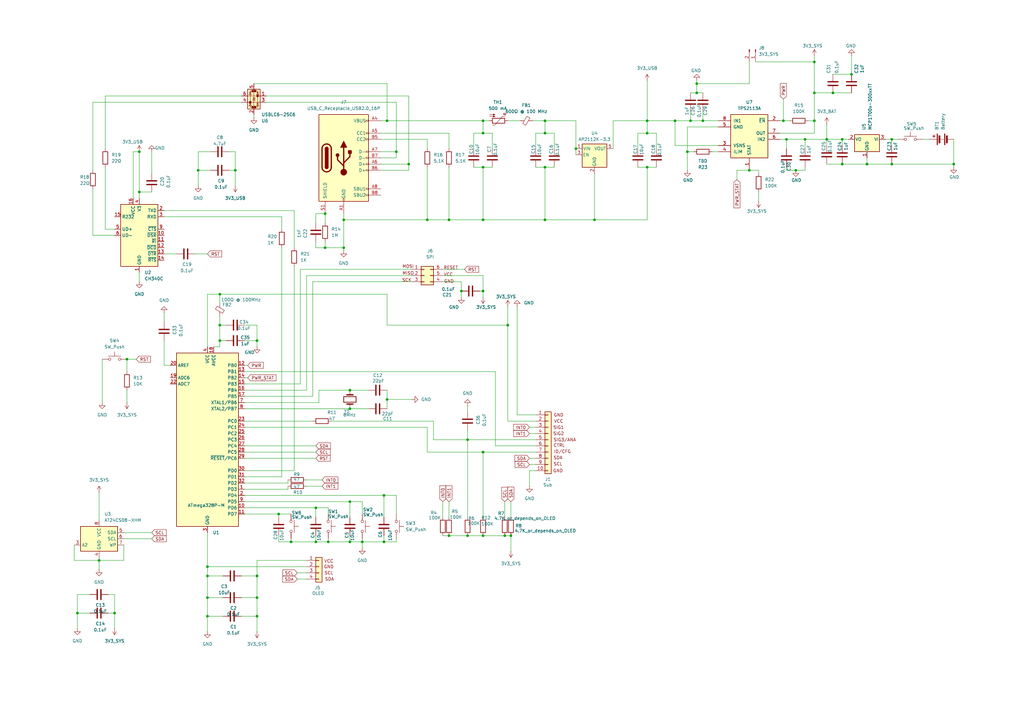
<source format=kicad_sch>
(kicad_sch (version 20250114) (generator "eeschema") (generator_version "9.0")
  (paper "A3")
  (junction (at 40.64 229.87))
  (junction (at 158.75 163.83))
  (junction (at 143.51 205.74))
  (junction (at 198.12 90.17))
  (junction (at 157.48 222.25))
  (junction (at 140.97 90.17))
  (junction (at 209.55 219.71))
  (junction (at 85.09 236.22))
  (junction (at 133.35 101.6))
  (junction (at 191.77 180.34))
  (junction (at 198.12 219.71))
  (junction (at 167.64 67.31))
  (junction (at 85.09 245.11))
  (junction (at 85.09 252.73))
  (junction (at 341.63 38.1))
  (junction (at 134.62 222.25))
  (junction (at 223.52 90.17))
  (junction (at 143.51 222.25))
  (junction (at 90.17 139.7))
  (junction (at 184.15 90.17))
  (junction (at 223.52 54.61))
  (junction (at 355.6 67.31))
  (junction (at 119.38 222.25))
  (junction (at 285.75 38.1))
  (junction (at 114.3 210.82))
  (junction (at 140.97 101.6))
  (junction (at 288.29 49.53))
  (junction (at 129.54 208.28))
  (junction (at 243.84 90.17))
  (junction (at 330.2 57.15))
  (junction (at 105.41 236.22))
  (junction (at 334.01 25.4))
  (junction (at 105.41 245.11))
  (junction (at 198.12 119.38))
  (junction (at 46.99 251.46))
  (junction (at 334.01 49.53))
  (junction (at 265.43 49.53))
  (junction (at 143.51 167.64))
  (junction (at 157.48 203.2))
  (junction (at 265.43 54.61))
  (junction (at 322.58 57.15))
  (junction (at 133.35 87.63))
  (junction (at 207.01 219.71))
  (junction (at 326.39 69.85))
  (junction (at 96.52 69.85))
  (junction (at 223.52 49.53))
  (junction (at 283.21 49.53))
  (junction (at 276.86 49.53))
  (junction (at 391.16 67.31))
  (junction (at 158.75 49.53))
  (junction (at 365.76 67.31))
  (junction (at 198.12 54.61))
  (junction (at 31.75 251.46))
  (junction (at 339.09 57.15))
  (junction (at 81.28 69.85))
  (junction (at 198.12 185.42))
  (junction (at 143.51 160.02))
  (junction (at 198.12 68.58))
  (junction (at 162.56 62.23))
  (junction (at 208.28 133.35))
  (junction (at 52.07 147.32))
  (junction (at 57.15 62.23))
  (junction (at 189.23 119.38))
  (junction (at 307.34 69.85))
  (junction (at 334.01 38.1))
  (junction (at 349.25 30.48))
  (junction (at 365.76 57.15))
  (junction (at 281.94 62.23))
  (junction (at 191.77 219.71))
  (junction (at 57.15 78.74))
  (junction (at 129.54 222.25))
  (junction (at 90.17 133.35))
  (junction (at 236.22 60.96))
  (junction (at 105.41 139.7))
  (junction (at 321.31 49.53))
  (junction (at 184.15 219.71))
  (junction (at 105.41 252.73))
  (junction (at 345.44 67.31))
  (junction (at 90.17 120.65))
  (junction (at 198.12 49.53))
  (junction (at 345.44 57.15))
  (junction (at 148.59 222.25))
  (junction (at 175.26 90.17))
  (junction (at 223.52 68.58))
  (junction (at 265.43 68.58))
  (junction (at 285.75 34.29))
  (junction (at 85.09 232.41))
  (wire (pts (xy 209.55 219.71) (xy 209.55 226.06)))
  (wire (pts (xy 130.81 165.1) (xy 130.81 160.02)))
  (wire (pts (xy 156.21 54.61) (xy 184.15 54.61)))
  (wire (pts (xy 191.77 166.37) (xy 191.77 168.91)))
  (wire (pts (xy 320.04 49.53) (xy 321.31 49.53)))
  (wire (pts (xy 143.51 205.74) (xy 148.59 205.74)))
  (wire (pts (xy 100.33 160.02) (xy 125.73 160.02)))
  (wire (pts (xy 67.31 86.36) (xy 120.65 86.36)))
  (wire (pts (xy 208.28 125.73) (xy 208.28 133.35)))
  (wire (pts (xy 320.04 54.61) (xy 334.01 54.61)))
  (wire (pts (xy 265.43 49.53) (xy 251.46 49.53)))
  (wire (pts (xy 162.56 62.23) (xy 162.56 64.77)))
  (wire (pts (xy 219.71 193.04) (xy 217.17 193.04)))
  (wire (pts (xy 339.09 67.31) (xy 345.44 67.31)))
  (wire (pts (xy 81.28 62.23) (xy 86.36 62.23)))
  (wire (pts (xy 345.44 57.15) (xy 347.98 57.15)))
  (wire (pts (xy 129.54 219.71) (xy 129.54 222.25)))
  (wire (pts (xy 198.12 54.61) (xy 201.93 54.61)))
  (wire (pts (xy 281.94 52.07) (xy 281.94 62.23)))
  (wire (pts (xy 198.12 185.42) (xy 219.71 185.42)))
  (wire (pts (xy 208.28 172.72) (xy 219.71 172.72)))
  (wire (pts (xy 156.21 49.53) (xy 158.75 49.53)))
  (wire (pts (xy 265.43 33.02) (xy 265.43 49.53)))
  (wire (pts (xy 85.09 142.24) (xy 85.09 120.65)))
  (wire (pts (xy 133.35 87.63) (xy 133.35 91.44)))
  (wire (pts (xy 243.84 90.17) (xy 265.43 90.17)))
  (wire (pts (xy 365.76 67.31) (xy 391.16 67.31)))
  (wire (pts (xy 134.62 220.98) (xy 134.62 222.25)))
  (wire (pts (xy 283.21 49.53) (xy 288.29 49.53)))
  (wire (pts (xy 30.48 223.52) (xy 30.48 229.87)))
  (wire (pts (xy 85.09 232.41) (xy 85.09 236.22)))
  (wire (pts (xy 175.26 175.26) (xy 100.33 175.26)))
  (wire (pts (xy 284.48 62.23) (xy 281.94 62.23)))
  (wire (pts (xy 265.43 68.58) (xy 265.43 90.17)))
  (wire (pts (xy 283.21 38.1) (xy 285.75 38.1)))
  (wire (pts (xy 148.59 220.98) (xy 148.59 222.25)))
  (wire (pts (xy 292.1 62.23) (xy 294.64 62.23)))
  (wire (pts (xy 57.15 111.76) (xy 57.15 115.57)))
  (wire (pts (xy 181.61 115.57) (xy 189.23 115.57)))
  (wire (pts (xy 129.54 91.44) (xy 129.54 87.63)))
  (wire (pts (xy 44.45 243.84) (xy 46.99 243.84)))
  (wire (pts (xy 120.65 109.22) (xy 120.65 193.04)))
  (wire (pts (xy 43.18 39.37) (xy 43.18 60.96)))
  (wire (pts (xy 156.21 67.31) (xy 167.64 67.31)))
  (wire (pts (xy 198.12 68.58) (xy 201.93 68.58)))
  (wire (pts (xy 157.48 203.2) (xy 157.48 212.09)))
  (wire (pts (xy 148.59 222.25) (xy 148.59 224.79)))
  (wire (pts (xy 123.19 157.48) (xy 123.19 110.49)))
  (wire (pts (xy 175.26 90.17) (xy 140.97 90.17)))
  (wire (pts (xy 50.8 229.87) (xy 40.64 229.87)))
  (wire (pts (xy 341.63 38.1) (xy 349.25 38.1)))
  (wire (pts (xy 119.38 222.25) (xy 129.54 222.25)))
  (wire (pts (xy 184.15 205.74) (xy 184.15 212.09)))
  (wire (pts (xy 285.75 34.29) (xy 307.34 34.29)))
  (wire (pts (xy 181.61 219.71) (xy 184.15 219.71)))
  (wire (pts (xy 302.26 73.66) (xy 302.26 69.85)))
  (wire (pts (xy 90.17 142.24) (xy 90.17 139.7)))
  (wire (pts (xy 334.01 22.86) (xy 334.01 25.4)))
  (wire (pts (xy 85.09 245.11) (xy 85.09 252.73)))
  (wire (pts (xy 219.71 182.88) (xy 203.2 182.88)))
  (wire (pts (xy 285.75 38.1) (xy 288.29 38.1)))
  (wire (pts (xy 175.26 90.17) (xy 184.15 90.17)))
  (wire (pts (xy 133.35 99.06) (xy 133.35 101.6)))
  (wire (pts (xy 217.17 187.96) (xy 219.71 187.96)))
  (wire (pts (xy 175.26 57.15) (xy 175.26 60.96)))
  (wire (pts (xy 100.33 187.96) (xy 129.54 187.96)))
  (wire (pts (xy 46.99 243.84) (xy 46.99 251.46)))
  (wire (pts (xy 100.33 200.66) (xy 118.11 200.66)))
  (wire (pts (xy 99.06 252.73) (xy 105.41 252.73)))
  (wire (pts (xy 90.17 139.7) (xy 90.17 133.35)))
  (wire (pts (xy 120.65 86.36) (xy 120.65 101.6)))
  (wire (pts (xy 157.48 219.71) (xy 157.48 222.25)))
  (wire (pts (xy 125.73 199.39) (xy 132.08 199.39)))
  (wire (pts (xy 349.25 22.86) (xy 349.25 30.48)))
  (wire (pts (xy 85.09 252.73) (xy 85.09 259.08)))
  (wire (pts (xy 50.8 218.44) (xy 62.23 218.44)))
  (wire (pts (xy 67.31 104.14) (xy 72.39 104.14)))
  (wire (pts (xy 209.55 205.74) (xy 209.55 212.09)))
  (wire (pts (xy 194.31 54.61) (xy 198.12 54.61)))
  (wire (pts (xy 143.51 167.64) (xy 151.13 167.64)))
  (wire (pts (xy 57.15 62.23) (xy 54.61 62.23)))
  (wire (pts (xy 46.99 251.46) (xy 46.99 257.81)))
  (wire (pts (xy 100.33 185.42) (xy 129.54 185.42)))
  (wire (pts (xy 114.3 210.82) (xy 119.38 210.82)))
  (wire (pts (xy 162.56 203.2) (xy 162.56 210.82)))
  (wire (pts (xy 105.41 245.11) (xy 105.41 252.73)))
  (wire (pts (xy 198.12 49.53) (xy 198.12 54.61)))
  (wire (pts (xy 219.71 54.61) (xy 219.71 60.96)))
  (wire (pts (xy 100.33 157.48) (xy 123.19 157.48)))
  (wire (pts (xy 105.41 252.73) (xy 105.41 259.08)))
  (wire (pts (xy 167.64 69.85) (xy 167.64 67.31)))
  (wire (pts (xy 93.98 69.85) (xy 96.52 69.85)))
  (wire (pts (xy 321.31 49.53) (xy 323.85 49.53)))
  (wire (pts (xy 114.3 210.82) (xy 114.3 212.09)))
  (wire (pts (xy 311.15 69.85) (xy 311.15 71.12)))
  (wire (pts (xy 148.59 205.74) (xy 148.59 210.82)))
  (wire (pts (xy 100.33 198.12) (xy 118.11 198.12)))
  (wire (pts (xy 184.15 68.58) (xy 184.15 90.17)))
  (wire (pts (xy 96.52 69.85) (xy 96.52 76.2)))
  (wire (pts (xy 85.09 236.22) (xy 91.44 236.22)))
  (wire (pts (xy 93.98 62.23) (xy 96.52 62.23)))
  (wire (pts (xy 129.54 99.06) (xy 129.54 101.6)))
  (wire (pts (xy 31.75 251.46) (xy 31.75 257.81)))
  (wire (pts (xy 307.34 69.85) (xy 311.15 69.85)))
  (wire (pts (xy 309.88 25.4) (xy 334.01 25.4)))
  (wire (pts (xy 320.04 57.15) (xy 322.58 57.15)))
  (wire (pts (xy 100.33 149.86) (xy 101.6 149.86)))
  (wire (pts (xy 219.71 170.18) (xy 212.09 170.18)))
  (wire (pts (xy 85.09 120.65) (xy 90.17 120.65)))
  (wire (pts (xy 203.2 182.88) (xy 203.2 152.4)))
  (wire (pts (xy 288.29 45.72) (xy 288.29 49.53)))
  (wire (pts (xy 378.46 57.15) (xy 381 57.15)))
  (wire (pts (xy 219.71 54.61) (xy 223.52 54.61)))
  (wire (pts (xy 158.75 163.83) (xy 168.91 163.83)))
  (wire (pts (xy 85.09 252.73) (xy 91.44 252.73)))
  (wire (pts (xy 198.12 219.71) (xy 207.01 219.71)))
  (wire (pts (xy 261.62 54.61) (xy 265.43 54.61)))
  (wire (pts (xy 265.43 49.53) (xy 276.86 49.53)))
  (wire (pts (xy 198.12 49.53) (xy 200.66 49.53)))
  (wire (pts (xy 52.07 160.02) (xy 52.07 165.1)))
  (wire (pts (xy 90.17 133.35) (xy 90.17 129.54)))
  (wire (pts (xy 227.33 54.61) (xy 227.33 60.96)))
  (wire (pts (xy 109.22 39.37) (xy 167.64 39.37)))
  (wire (pts (xy 135.89 172.72) (xy 177.8 172.72)))
  (wire (pts (xy 118.11 198.12) (xy 118.11 196.85)))
  (wire (pts (xy 345.44 67.31) (xy 355.6 67.31)))
  (wire (pts (xy 208.28 49.53) (xy 213.36 49.53)))
  (wire (pts (xy 105.41 139.7) (xy 105.41 133.35)))
  (wire (pts (xy 134.62 222.25) (xy 143.51 222.25)))
  (wire (pts (xy 189.23 115.57) (xy 189.23 119.38)))
  (wire (pts (xy 31.75 243.84) (xy 31.75 251.46)))
  (wire (pts (xy 143.51 222.25) (xy 148.59 222.25)))
  (wire (pts (xy 391.16 67.31) (xy 391.16 57.15)))
  (wire (pts (xy 198.12 119.38) (xy 198.12 121.92)))
  (wire (pts (xy 251.46 49.53) (xy 251.46 60.96)))
  (wire (pts (xy 128.27 115.57) (xy 168.91 115.57)))
  (wire (pts (xy 223.52 68.58) (xy 223.52 90.17)))
  (wire (pts (xy 100.33 152.4) (xy 203.2 152.4)))
  (wire (pts (xy 100.33 167.64) (xy 143.51 167.64)))
  (wire (pts (xy 330.2 69.85) (xy 330.2 68.58)))
  (wire (pts (xy 143.51 219.71) (xy 143.51 222.25)))
  (wire (pts (xy 123.19 110.49) (xy 168.91 110.49)))
  (wire (pts (xy 115.57 195.58) (xy 115.57 101.6)))
  (wire (pts (xy 156.21 69.85) (xy 167.64 69.85)))
  (wire (pts (xy 100.33 165.1) (xy 130.81 165.1)))
  (wire (pts (xy 223.52 49.53) (xy 223.52 54.61)))
  (wire (pts (xy 31.75 251.46) (xy 36.83 251.46)))
  (wire (pts (xy 175.26 185.42) (xy 198.12 185.42)))
  (wire (pts (xy 99.06 41.91) (xy 38.1 41.91)))
  (wire (pts (xy 198.12 113.03) (xy 198.12 119.38)))
  (wire (pts (xy 115.57 93.98) (xy 115.57 88.9)))
  (wire (pts (xy 311.15 78.74) (xy 311.15 82.55)))
  (wire (pts (xy 288.29 49.53) (xy 294.64 49.53)))
  (wire (pts (xy 115.57 88.9) (xy 67.31 88.9)))
  (wire (pts (xy 140.97 101.6) (xy 140.97 102.87)))
  (wire (pts (xy 322.58 57.15) (xy 330.2 57.15)))
  (wire (pts (xy 62.23 78.74) (xy 57.15 78.74)))
  (wire (pts (xy 184.15 90.17) (xy 198.12 90.17)))
  (wire (pts (xy 175.26 68.58) (xy 175.26 90.17)))
  (wire (pts (xy 105.41 142.24) (xy 105.41 139.7)))
  (wire (pts (xy 331.47 49.53) (xy 334.01 49.53)))
  (wire (pts (xy 67.31 149.86) (xy 67.31 139.7)))
  (wire (pts (xy 198.12 185.42) (xy 198.12 212.09)))
  (wire (pts (xy 334.01 49.53) (xy 334.01 38.1)))
  (wire (pts (xy 143.51 205.74) (xy 143.51 212.09)))
  (wire (pts (xy 129.54 222.25) (xy 134.62 222.25)))
  (wire (pts (xy 181.61 212.09) (xy 181.61 205.74)))
  (wire (pts (xy 99.06 236.22) (xy 105.41 236.22)))
  (wire (pts (xy 100.33 195.58) (xy 115.57 195.58)))
  (wire (pts (xy 85.09 218.44) (xy 85.09 232.41)))
  (wire (pts (xy 44.45 251.46) (xy 46.99 251.46)))
  (wire (pts (xy 85.09 236.22) (xy 85.09 245.11)))
  (wire (pts (xy 339.09 50.8) (xy 339.09 57.15)))
  (wire (pts (xy 217.17 190.5) (xy 219.71 190.5)))
  (wire (pts (xy 128.27 162.56) (xy 128.27 115.57)))
  (wire (pts (xy 120.65 193.04) (xy 100.33 193.04)))
  (wire (pts (xy 365.76 57.15) (xy 365.76 59.69)))
  (wire (pts (xy 104.14 46.99) (xy 104.14 48.26)))
  (wire (pts (xy 162.56 64.77) (xy 156.21 64.77)))
  (wire (pts (xy 140.97 87.63) (xy 140.97 90.17)))
  (wire (pts (xy 191.77 180.34) (xy 219.71 180.34)))
  (wire (pts (xy 46.99 93.98) (xy 43.18 93.98)))
  (wire (pts (xy 207.01 219.71) (xy 209.55 219.71)))
  (wire (pts (xy 96.52 62.23) (xy 96.52 69.85)))
  (wire (pts (xy 177.8 180.34) (xy 177.8 172.72)))
  (wire (pts (xy 40.64 229.87) (xy 40.64 233.68)))
  (wire (pts (xy 339.09 57.15) (xy 345.44 57.15)))
  (wire (pts (xy 134.62 208.28) (xy 134.62 210.82)))
  (wire (pts (xy 162.56 62.23) (xy 156.21 62.23)))
  (wire (pts (xy 69.85 149.86) (xy 67.31 149.86)))
  (wire (pts (xy 119.38 220.98) (xy 119.38 222.25)))
  (wire (pts (xy 162.56 220.98) (xy 162.56 222.25)))
  (wire (pts (xy 81.28 69.85) (xy 86.36 69.85)))
  (wire (pts (xy 261.62 68.58) (xy 265.43 68.58)))
  (wire (pts (xy 391.16 68.58) (xy 391.16 67.31)))
  (wire (pts (xy 105.41 229.87) (xy 105.41 236.22)))
  (wire (pts (xy 217.17 193.04) (xy 217.17 199.39)))
  (wire (pts (xy 30.48 229.87) (xy 40.64 229.87)))
  (wire (pts (xy 43.18 39.37) (xy 99.06 39.37)))
  (wire (pts (xy 85.09 232.41) (xy 125.73 232.41)))
  (wire (pts (xy 105.41 236.22) (xy 105.41 245.11)))
  (wire (pts (xy 184.15 219.71) (xy 191.77 219.71)))
  (wire (pts (xy 90.17 133.35) (xy 92.71 133.35)))
  (wire (pts (xy 217.17 175.26) (xy 219.71 175.26)))
  (wire (pts (xy 100.33 203.2) (xy 157.48 203.2)))
  (wire (pts (xy 243.84 71.12) (xy 243.84 90.17)))
  (wire (pts (xy 81.28 69.85) (xy 81.28 76.2)))
  (wire (pts (xy 283.21 45.72) (xy 283.21 49.53)))
  (wire (pts (xy 322.58 69.85) (xy 326.39 69.85)))
  (wire (pts (xy 118.11 200.66) (xy 118.11 199.39)))
  (wire (pts (xy 125.73 196.85) (xy 132.08 196.85)))
  (wire (pts (xy 191.77 180.34) (xy 191.77 212.09)))
  (wire (pts (xy 194.31 54.61) (xy 194.31 60.96)))
  (wire (pts (xy 276.86 59.69) (xy 276.86 49.53)))
  (wire (pts (xy 261.62 54.61) (xy 261.62 60.96)))
  (wire (pts (xy 181.61 113.03) (xy 198.12 113.03)))
  (wire (pts (xy 54.61 62.23) (xy 54.61 81.28)))
  (wire (pts (xy 129.54 208.28) (xy 134.62 208.28)))
  (wire (pts (xy 100.33 154.94) (xy 101.6 154.94)))
  (wire (pts (xy 355.6 64.77) (xy 355.6 67.31)))
  (wire (pts (xy 129.54 101.6) (xy 133.35 101.6)))
  (wire (pts (xy 38.1 96.52) (xy 46.99 96.52)))
  (wire (pts (xy 62.23 62.23) (xy 62.23 71.12)))
  (wire (pts (xy 114.3 219.71) (xy 114.3 222.25)))
  (wire (pts (xy 81.28 62.23) (xy 81.28 69.85)))
  (wire (pts (xy 217.17 177.8) (xy 219.71 177.8)))
  (wire (pts (xy 100.33 208.28) (xy 129.54 208.28)))
  (wire (pts (xy 181.61 110.49) (xy 190.5 110.49)))
  (wire (pts (xy 265.43 54.61) (xy 269.24 54.61)))
  (wire (pts (xy 80.01 104.14) (xy 85.09 104.14)))
  (wire (pts (xy 175.26 175.26) (xy 175.26 185.42)))
  (wire (pts (xy 207.01 205.74) (xy 207.01 212.09)))
  (wire (pts (xy 129.54 87.63) (xy 133.35 87.63)))
  (wire (pts (xy 67.31 128.27) (xy 67.31 132.08)))
  (wire (pts (xy 218.44 49.53) (xy 223.52 49.53)))
  (wire (pts (xy 162.56 41.91) (xy 109.22 41.91)))
  (wire (pts (xy 167.64 39.37) (xy 167.64 67.31)))
  (wire (pts (xy 129.54 208.28) (xy 129.54 212.09)))
  (wire (pts (xy 330.2 57.15) (xy 330.2 60.96)))
  (wire (pts (xy 265.43 68.58) (xy 269.24 68.58)))
  (wire (pts (xy 330.2 57.15) (xy 339.09 57.15)))
  (wire (pts (xy 100.33 205.74) (xy 143.51 205.74)))
  (wire (pts (xy 158.75 160.02) (xy 158.75 163.83)))
  (wire (pts (xy 334.01 25.4) (xy 334.01 38.1)))
  (wire (pts (xy 114.3 222.25) (xy 119.38 222.25)))
  (wire (pts (xy 104.14 34.29) (xy 158.75 34.29)))
  (wire (pts (xy 157.48 222.25) (xy 148.59 222.25)))
  (wire (pts (xy 276.86 49.53) (xy 283.21 49.53)))
  (wire (pts (xy 177.8 180.34) (xy 191.77 180.34)))
  (wire (pts (xy 236.22 60.96) (xy 236.22 63.5)))
  (wire (pts (xy 43.18 68.58) (xy 43.18 93.98)))
  (wire (pts (xy 100.33 182.88) (xy 129.54 182.88)))
  (wire (pts (xy 201.93 54.61) (xy 201.93 60.96)))
  (wire (pts (xy 125.73 160.02) (xy 125.73 113.03)))
  (wire (pts (xy 307.34 34.29) (xy 307.34 25.4)))
  (wire (pts (xy 184.15 54.61) (xy 184.15 60.96)))
  (wire (pts (xy 212.09 170.18) (xy 212.09 125.73)))
  (wire (pts (xy 294.64 59.69) (xy 276.86 59.69)))
  (wire (pts (xy 52.07 147.32) (xy 52.07 152.4)))
  (wire (pts (xy 223.52 54.61) (xy 227.33 54.61)))
  (wire (pts (xy 143.51 160.02) (xy 151.13 160.02)))
  (wire (pts (xy 156.21 57.15) (xy 175.26 57.15)))
  (wire (pts (xy 223.52 49.53) (xy 236.22 49.53)))
  (wire (pts (xy 196.85 119.38) (xy 198.12 119.38)))
  (wire (pts (xy 223.52 68.58) (xy 227.33 68.58)))
  (wire (pts (xy 105.41 229.87) (xy 125.73 229.87)))
  (wire (pts (xy 31.75 243.84) (xy 36.83 243.84)))
  (wire (pts (xy 194.31 68.58) (xy 198.12 68.58)))
  (wire (pts (xy 326.39 69.85) (xy 330.2 69.85)))
  (wire (pts (xy 158.75 133.35) (xy 208.28 133.35)))
  (wire (pts (xy 157.48 203.2) (xy 162.56 203.2)))
  (wire (pts (xy 334.01 38.1) (xy 341.63 38.1)))
  (wire (pts (xy 41.91 165.1) (xy 41.91 147.32)))
  (wire (pts (xy 158.75 120.65) (xy 158.75 133.35)))
  (wire (pts (xy 355.6 67.31) (xy 365.76 67.31)))
  (wire (pts (xy 341.63 30.48) (xy 349.25 30.48)))
  (wire (pts (xy 285.75 33.02) (xy 285.75 34.29)))
  (wire (pts (xy 100.33 139.7) (xy 105.41 139.7)))
  (wire (pts (xy 38.1 77.47) (xy 38.1 96.52)))
  (wire (pts (xy 322.58 57.15) (xy 322.58 60.96)))
  (wire (pts (xy 281.94 62.23) (xy 281.94 69.85)))
  (wire (pts (xy 90.17 139.7) (xy 92.71 139.7)))
  (wire (pts (xy 208.28 133.35) (xy 208.28 172.72)))
  (wire (pts (xy 285.75 34.29) (xy 285.75 38.1)))
  (wire (pts (xy 191.77 176.53) (xy 191.77 180.34)))
  (wire (pts (xy 236.22 49.53) (xy 236.22 60.96)))
  (wire (pts (xy 38.1 41.91) (xy 38.1 69.85)))
  (wire (pts (xy 100.33 133.35) (xy 105.41 133.35)))
  (wire (pts (xy 50.8 223.52) (xy 50.8 229.87)))
  (wire (pts (xy 100.33 172.72) (xy 128.27 172.72)))
  (wire (pts (xy 322.58 68.58) (xy 322.58 69.85)))
  (wire (pts (xy 125.73 113.03) (xy 168.91 113.03)))
  (wire (pts (xy 334.01 54.61) (xy 334.01 49.53)))
  (wire (pts (xy 321.31 40.64) (xy 321.31 49.53)))
  (wire (pts (xy 90.17 120.65) (xy 90.17 124.46)))
  (wire (pts (xy 125.73 237.49) (xy 121.92 237.49)))
  (wire (pts (xy 365.76 57.15) (xy 368.3 57.15)))
  (wire (pts (xy 158.75 34.29) (xy 158.75 49.53)))
  (wire (pts (xy 363.22 57.15) (xy 365.76 57.15)))
  (wire (pts (xy 55.88 147.32) (xy 52.07 147.32)))
  (wire (pts (xy 87.63 142.24) (xy 90.17 142.24)))
  (wire (pts (xy 99.06 245.11) (xy 105.41 245.11)))
  (wire (pts (xy 162.56 222.25) (xy 157.48 222.25)))
  (wire (pts (xy 281.94 52.07) (xy 294.64 52.07)))
  (wire (pts (xy 50.8 220.98) (xy 62.23 220.98)))
  (wire (pts (xy 121.92 234.95) (xy 125.73 234.95)))
  (wire (pts (xy 189.23 119.38) (xy 189.23 121.92)))
  (wire (pts (xy 140.97 90.17) (xy 140.97 101.6)))
  (wire (pts (xy 133.35 101.6) (xy 140.97 101.6)))
  (wire (pts (xy 198.12 68.58) (xy 198.12 90.17)))
  (wire (pts (xy 85.09 245.11) (xy 91.44 245.11)))
  (wire (pts (xy 158.75 49.53) (xy 198.12 49.53)))
  (wire (pts (xy 191.77 219.71) (xy 198.12 219.71)))
  (wire (pts (xy 57.15 62.23) (xy 57.15 78.74)))
  (wire (pts (xy 57.15 78.74) (xy 57.15 81.28)))
  (wire (pts (xy 100.33 162.56) (xy 128.27 162.56)))
  (wire (pts (xy 269.24 54.61) (xy 269.24 60.96)))
  (wire (pts (xy 40.64 228.6) (xy 40.64 229.87)))
  (wire (pts (xy 219.71 68.58) (xy 223.52 68.58)))
  (wire (pts (xy 345.44 59.69) (xy 345.44 57.15)))
  (wire (pts (xy 90.17 120.65) (xy 158.75 120.65)))
  (wire (pts (xy 198.12 90.17) (xy 223.52 90.17)))
  (wire (pts (xy 162.56 62.23) (xy 162.56 41.91)))
  (wire (pts (xy 243.84 90.17) (xy 223.52 90.17)))
  (wire (pts (xy 130.81 160.02) (xy 143.51 160.02)))
  (wire (pts (xy 100.33 210.82) (xy 114.3 210.82)))
  (wire (pts (xy 40.64 201.93) (xy 40.64 213.36)))
  (wire (pts (xy 265.43 49.53) (xy 265.43 54.61)))
  (wire (pts (xy 339.09 57.15) (xy 339.09 59.69)))
  (wire (pts (xy 302.26 69.85) (xy 307.34 69.85)))
  (wire (pts (xy 158.75 163.83) (xy 158.75 167.64)))
  (global_label "PWR" (shape input) (at 321.31 40.64 90) (property "Intersheetrefs" "${INTERSHEET_REFS}" (effects (hide yes))))
  (global_label "SDA" (shape input) (at 217.17 187.96 180) (property "Intersheetrefs" "${INTERSHEET_REFS}" (effects (hide yes))))
  (global_label "SCL" (shape input) (at 62.23 218.44 0) (property "Intersheetrefs" "${INTERSHEET_REFS}" (effects (hide yes))))
  (global_label "SDA" (shape input) (at 62.23 220.98 0) (property "Intersheetrefs" "${INTERSHEET_REFS}" (effects (hide yes))))
  (global_label "SCL" (shape input) (at 121.92 234.95 180) (property "Intersheetrefs" "${INTERSHEET_REFS}" (effects (hide yes))))
  (global_label "SCL" (shape input) (at 207.01 205.74 90) (property "Intersheetrefs" "${INTERSHEET_REFS}" (effects (hide yes))))
  (global_label "SDA" (shape input) (at 209.55 205.74 90) (property "Intersheetrefs" "${INTERSHEET_REFS}" (effects (hide yes))))
  (global_label "INT0" (shape input) (at 181.61 205.74 90) (property "Intersheetrefs" "${INTERSHEET_REFS}" (effects (hide yes))))
  (global_label "PWR_STAT" (shape input) (at 101.6 154.94 0) (property "Intersheetrefs" "${INTERSHEET_REFS}" (effects (hide yes))))
  (global_label "RST" (shape input) (at 55.88 147.32 0) (property "Intersheetrefs" "${INTERSHEET_REFS}" (effects (hide yes))))
  (global_label "SDA" (shape input) (at 129.54 182.88 0) (property "Intersheetrefs" "${INTERSHEET_REFS}" (effects (hide yes))))
  (global_label "SCL" (shape input) (at 217.17 190.5 180) (property "Intersheetrefs" "${INTERSHEET_REFS}" (effects (hide yes))))
  (global_label "RST" (shape input) (at 129.54 187.96 0) (property "Intersheetrefs" "${INTERSHEET_REFS}" (effects (hide yes))))
  (global_label "INT0" (shape input) (at 132.08 196.85 0) (property "Intersheetrefs" "${INTERSHEET_REFS}" (effects (hide yes))))
  (global_label "RST" (shape input) (at 190.5 110.49 0) (property "Intersheetrefs" "${INTERSHEET_REFS}" (effects (hide yes))))
  (global_label "RST" (shape input) (at 85.09 104.14 0) (property "Intersheetrefs" "${INTERSHEET_REFS}" (effects (hide yes))))
  (global_label "INT1" (shape input) (at 184.15 205.74 90) (property "Intersheetrefs" "${INTERSHEET_REFS}" (effects (hide yes))))
  (global_label "PWR_STAT" (shape input) (at 302.26 73.66 270) (property "Intersheetrefs" "${INTERSHEET_REFS}" (effects (hide yes))))
  (global_label "PWR" (shape input) (at 101.6 149.86 0) (property "Intersheetrefs" "${INTERSHEET_REFS}" (effects (hide yes))))
  (global_label "INT1" (shape input) (at 217.17 177.8 180) (property "Intersheetrefs" "${INTERSHEET_REFS}" (effects (hide yes))))
  (global_label "INT0" (shape input) (at 217.17 175.26 180) (property "Intersheetrefs" "${INTERSHEET_REFS}" (effects (hide yes))))
  (global_label "SDA" (shape input) (at 121.92 237.49 180) (property "Intersheetrefs" "${INTERSHEET_REFS}" (effects (hide yes))))
  (global_label "INT1" (shape input) (at 132.08 199.39 0) (property "Intersheetrefs" "${INTERSHEET_REFS}" (effects (hide yes))))
  (global_label "SCL" (shape input) (at 129.54 185.42 0) (property "Intersheetrefs" "${INTERSHEET_REFS}" (effects (hide yes))))
  (symbol (lib_id "power:GND") (at 349.25 22.86 0) (mirror x) (unit 1)
    (property "Reference" "#PWR028" (effects (hide yes)))
    (property "Value" "GND" (at 348.996 18.796 0))
    (property "Description" "Power symbol creates a global label with name \"GND\" , ground" (effects (hide yes)))
  )
  (symbol (lib_id "power:GND") (at 85.09 259.08 0) (mirror y) (unit 1)
    (property "Reference" "#PWR07" (effects (hide yes)))
    (property "Value" "GND" (at 85.09 264.16 0))
    (property "Description" "Power symbol creates a global label with name \"GND\" , ground" (effects (hide yes)))
  )
  (symbol (lib_id "Switch:SW_Push") (at 148.59 215.9 270) (unit 1)
    (property "Reference" "SW2" (at 148.844 209.042 90) (effects (justify left)))
    (property "Value" "SW_Push" (at 148.844 211.074 90) (effects (justify left)))
    (property "Footprint" "Button_Switch_THT:SW_PUSH_6mm" (effects (hide yes)))
    (property "Description" "Push button switch, generic, two pins" (effects (hide yes)))
  )
  (symbol (lib_id "Device:Battery") (at 386.08 57.15 90) (unit 1)
    (property "Reference" "BT1" (at 384.2384 53.34 0) (effects (justify left)))
    (property "Value" "Battery" (at 386.7784 53.34 0) (effects (justify left)))
    (property "Footprint" "Connector_PinHeader_2.54mm:PinHeader_1x02_P2.54mm_Vertical" (effects (hide yes)))
    (property "Description" "Multiple-cell battery" (effects (hide yes)))
    (property "Sim.Device" "V" (effects (hide yes)))
    (property "Sim.Type" "DC" (effects (hide yes)))
    (property "Sim.Pins" "1=+ 2=-" (effects (hide yes)))
  )
  (symbol (lib_id "Device:R") (at 191.77 215.9 0) (unit 1)
    (property "Reference" "R6" (at 192.024 212.598 0) (effects (justify left)))
    (property "Value" "100K" (at 191.77 214.63 0) (effects (justify left)))
    (property "Footprint" "Resistor_SMD:R_0603_1608Metric" (effects (hide yes)))
    (property "Description" "Resistor" (effects (hide yes)))
  )
  (symbol (lib_id "power:GND") (at 189.23 121.92 0) (mirror y) (unit 1)
    (property "Reference" "#PWR014" (effects (hide yes)))
    (property "Value" "GND" (at 186.182 125.984 0))
    (property "Description" "Power symbol creates a global label with name \"GND\" , ground" (effects (hide yes)))
  )
  (symbol (lib_id "Device:C") (at 191.77 172.72 180) (unit 1)
    (property "Reference" "C36" (at 196.088 172.212 90))
    (property "Value" "0.1uF" (at 198.628 172.212 90))
    (property "Footprint" "Capacitor_SMD:C_0603_1608Metric" (effects (hide yes)))
    (property "Description" "Unpolarized capacitor" (effects (hide yes)))
  )
  (symbol (lib_id "Device:FerriteBead_Small") (at 90.17 127 180) (unit 1)
    (property "Reference" "FB2" (at 91.186 124.968 0) (effects (justify right)))
    (property "Value" "100Ω @ 100MHz" (at 90.678 122.936 0) (effects (justify right)))
    (property "Footprint" "Inductor_SMD:L_0603_1608Metric" (effects (hide yes)))
    (property "Description" "Ferrite bead, small symbol" (effects (hide yes)))
  )
  (symbol (lib_id "Device:R") (at 115.57 97.79 0) (unit 1)
    (property "Reference" "R20" (at 109.728 97.028 0) (effects (justify left)))
    (property "Value" "1K" (at 109.728 99.568 0) (effects (justify left)))
    (property "Footprint" "Resistor_SMD:R_0603_1608Metric" (effects (hide yes)))
    (property "Description" "Resistor" (effects (hide yes)))
  )
  (symbol (lib_id "Device:R") (at 132.08 172.72 90) (unit 1)
    (property "Reference" "R11" (at 136.144 169.164 90))
    (property "Value" "47" (at 136.144 171.704 90))
    (property "Footprint" "Resistor_SMD:R_0603_1608Metric" (effects (hide yes)))
    (property "Description" "Resistor" (effects (hide yes)))
  )
  (symbol (lib_id "MCU_Microchip_ATmega:ATmega328P-M") (at 85.09 180.34 0) (unit 1)
    (property "Reference" "U1" (at 87.2333 218.44 0) (effects (justify left)))
    (property "Value" "ATmega328P-M" (at 76.962 207.264 0) (effects (justify left)))
    (property "Footprint" "Package_QFP:TQFP-32_7x7mm_P0.8mm" (effects (hide yes)))
    (property "Datasheet" "http://ww1.microchip.com/downloads/en/DeviceDoc/ATmega328_P%20AVR%20MCU%20with%20picoPower%20Technology%20Data%20Sheet%2040001984A.pdf" (effects (hide yes)))
    (property "Description" "20MHz, 32kB Flash, 2kB SRAM, 1kB EEPROM, QFN-32" (effects (hide yes)))
  )
  (symbol (lib_id "power:GND") (at 31.75 257.81 0) (mirror y) (unit 1)
    (property "Reference" "#PWR019" (effects (hide yes)))
    (property "Value" "GND" (at 31.75 262.89 0))
    (property "Description" "Power symbol creates a global label with name \"GND\" , ground" (effects (hide yes)))
  )
  (symbol (lib_id "power:VCC") (at 40.64 201.93 0) (unit 1)
    (property "Reference" "#PWR022" (effects (hide yes)))
    (property "Value" "3V3_SYS" (at 40.64 196.85 0))
    (property "Description" "Power symbol creates a global label with name \"VCC\"" (effects (hide yes)))
  )
  (symbol (lib_id "Device:C") (at 95.25 252.73 90) (unit 1)
    (property "Reference" "C1" (at 95.758 257.048 90))
    (property "Value" "0.1uF" (at 95.758 259.588 90))
    (property "Footprint" "Capacitor_SMD:C_0603_1608Metric" (effects (hide yes)))
    (property "Description" "Unpolarized capacitor" (effects (hide yes)))
  )
  (symbol (lib_id "Device:R") (at 133.35 95.25 0) (unit 1)
    (property "Reference" "R14" (at 135.89 93.9799 0) (effects (justify left)))
    (property "Value" "1M" (at 135.89 96.5199 0) (effects (justify left)))
    (property "Footprint" "Resistor_SMD:R_0603_1608Metric" (effects (hide yes)))
    (property "Description" "Resistor" (effects (hide yes)))
  )
  (symbol (lib_id "power:GND") (at 326.39 69.85 0) (mirror y) (unit 1)
    (property "Reference" "#PWR031" (effects (hide yes)))
    (property "Value" "GND" (at 326.644 73.914 0))
    (property "Description" "Power symbol creates a global label with name \"GND\" , ground" (effects (hide yes)))
  )
  (symbol (lib_id "Device:C") (at 67.31 135.89 180) (unit 1)
    (property "Reference" "C33" (at 71.628 135.382 90))
    (property "Value" "0.1uF" (at 74.168 135.382 90))
    (property "Footprint" "Capacitor_SMD:C_0603_1608Metric" (effects (hide yes)))
    (property "Description" "Unpolarized capacitor" (effects (hide yes)))
  )
  (symbol (lib_id "Connector:USB_C_Receptacle_USB2.0_16P") (at 140.97 64.77 0) (unit 1)
    (property "Reference" "J7" (at 140.97 41.91 0))
    (property "Value" "USB_C_Receptacle_USB2.0_16P" (at 140.97 44.45 0))
    (property "Footprint" "Connector_USB:USB_C_Receptacle_Palconn_UTC16-G" (effects (hide yes)))
    (property "Datasheet" "https://www.usb.org/sites/default/files/documents/usb_type-c.zip" (effects (hide yes)))
    (property "Description" "USB 2.0-only 16P Type-C Receptacle connector" (effects (hide yes)))
  )
  (symbol (lib_id "Device:C") (at 90.17 62.23 90) (unit 1)
    (property "Reference" "C8" (at 90.17 56.388 90))
    (property "Value" "4.7uF" (at 90.17 58.928 90))
    (property "Footprint" "Capacitor_SMD:C_0603_1608Metric" (effects (hide yes)))
    (property "Description" "Unpolarized capacitor" (effects (hide yes)))
  )
  (symbol (lib_id "Device:R") (at 311.15 74.93 0) (unit 1)
    (property "Reference" "R22" (at 313.69 73.6599 0) (effects (justify left)))
    (property "Value" "100K" (at 313.69 76.1999 0) (effects (justify left)))
    (property "Footprint" "Resistor_SMD:R_0603_1608Metric" (effects (hide yes)))
    (property "Description" "Resistor" (effects (hide yes)))
  )
  (symbol (lib_id "Device:C") (at 96.52 139.7 90) (unit 1)
    (property "Reference" "C35" (at 100.584 138.43 90))
    (property "Value" "1uF" (at 100.584 140.97 90))
    (property "Footprint" "Capacitor_SMD:C_0603_1608Metric" (effects (hide yes)))
    (property "Description" "Unpolarized capacitor" (effects (hide yes)))
  )
  (symbol (lib_id "Device:Crystal") (at 143.51 163.83 270) (unit 1)
    (property "Reference" "Y1" (at 140.97 168.656 90) (effects (justify left)))
    (property "Value" "8MHz" (at 140.716 170.18 90) (effects (justify left)))
    (property "Footprint" "Crystal:Crystal_SMD_5032-2Pin_5.0x3.2mm" (effects (hide yes)))
    (property "Description" "Two pin crystal" (effects (hide yes)))
  )
  (symbol (lib_id "Connector_Generic:Conn_02x03_Counter_Clockwise") (at 173.99 113.03 0) (unit 1)
    (property "Reference" "J6" (at 176.3939 102.87 0))
    (property "Value" "SPI" (at 176.3939 105.41 0))
    (property "Footprint" "Connector_PinSocket_2.54mm:PinSocket_2x03_P2.54mm_Vertical" (effects (hide yes)))
    (property "Description" "Generic connector, double row, 02x03, counter clockwise pin numbering scheme (similar to DIP package numbering), script generated (kicad-library-utils/schlib/autogen/connector/)" (effects (hide yes)))
  )
  (symbol (lib_id "Device:C") (at 341.63 34.29 0) (unit 1)
    (property "Reference" "C31" (at 339.852 28.194 90))
    (property "Value" "0.1uF" (at 343.154 27.432 90))
    (property "Footprint" "Capacitor_SMD:C_0603_1608Metric" (effects (hide yes)))
    (property "Description" "Unpolarized capacitor" (effects (hide yes)))
  )
  (symbol (lib_id "Memory_EEPROM:AT24CS08-XHM") (at 40.64 220.98 0) (unit 1)
    (property "Reference" "U3" (at 42.7833 210.82 0) (effects (justify left)))
    (property "Value" "AT24CS08-XHM" (at 42.7833 213.36 0) (effects (justify left)))
    (property "Footprint" "Package_SO:TSSOP-8_4.4x3mm_P0.65mm" (effects (hide yes)))
    (property "Datasheet" "http://ww1.microchip.com/downloads/en/DeviceDoc/Atmel-8766-SEEPROM-AT24CS04-08-Datasheet.pdf" (effects (hide yes)))
    (property "Description" "I2C Serial EEPROM, 8Kb (1024x8) with Unique Serial Number, TSSOP8" (effects (hide yes)))
  )
  (symbol (lib_id "Switch:SW_Push") (at 162.56 215.9 270) (unit 1)
    (property "Reference" "SW3" (at 166.37 214.6299 90) (effects (justify left)))
    (property "Value" "SW_Push" (at 166.37 217.1699 90) (effects (justify left)))
    (property "Footprint" "Button_Switch_THT:SW_PUSH_6mm" (effects (hide yes)))
    (property "Description" "Push button switch, generic, two pins" (effects (hide yes)))
  )
  (symbol (lib_id "power:GND") (at 217.17 199.39 0) (unit 1)
    (property "Reference" "#PWR03" (effects (hide yes)))
    (property "Value" "GND" (at 217.17 204.47 0))
    (property "Description" "Power symbol creates a global label with name \"GND\" , ground" (effects (hide yes)))
  )
  (symbol (lib_id "power:VCC") (at 57.15 62.23 0) (unit 1)
    (property "Reference" "#PWR04" (effects (hide yes)))
    (property "Value" "3V3_USB" (at 54.356 58.166 0))
    (property "Description" "Power symbol creates a global label with name \"VCC\"" (effects (hide yes)))
  )
  (symbol (lib_id "Device:C") (at 90.17 69.85 90) (unit 1)
    (property "Reference" "C9" (at 90.678 74.168 90))
    (property "Value" "0.1uF" (at 90.678 76.708 90))
    (property "Footprint" "Capacitor_SMD:C_0603_1608Metric" (effects (hide yes)))
    (property "Description" "Unpolarized capacitor" (effects (hide yes)))
  )
  (symbol (lib_id "power:VCC") (at 198.12 121.92 180) (unit 1)
    (property "Reference" "#PWR012" (effects (hide yes)))
    (property "Value" "3V3_SYS" (at 199.39 125.984 0))
    (property "Description" "Power symbol creates a global label with name \"VCC\"" (effects (hide yes)))
  )
  (symbol (lib_id "power:GND") (at 168.91 163.83 90) (unit 1)
    (property "Reference" "#PWR010" (effects (hide yes)))
    (property "Value" "GND" (at 172.72 163.8299 90) (effects (justify right)))
    (property "Description" "Power symbol creates a global label with name \"GND\" , ground" (effects (hide yes)))
  )
  (symbol (lib_id "power:VCC") (at 96.52 76.2 180) (unit 1)
    (property "Reference" "#PWR018" (effects (hide yes)))
    (property "Value" "3V3_USB" (at 96.52 81.28 0))
    (property "Description" "Power symbol creates a global label with name \"VCC\"" (effects (hide yes)))
  )
  (symbol (lib_id "Device:R") (at 121.92 199.39 90) (unit 1)
    (property "Reference" "R10" (at 122.174 201.93 90))
    (property "Value" "47" (at 121.666 199.644 90))
    (property "Footprint" "Resistor_SMD:R_0603_1608Metric" (effects (hide yes)))
    (property "Description" "Resistor" (effects (hide yes)))
  )
  (symbol (lib_id "power:VCC") (at 311.15 82.55 0) (mirror x) (unit 1)
    (property "Reference" "#PWR027" (effects (hide yes)))
    (property "Value" "3V3_SYS" (at 310.388 86.614 0))
    (property "Description" "Power symbol creates a global label with name \"VCC\"" (effects (hide yes)))
  )
  (symbol (lib_id "Device:Thermistor_PTC") (at 204.47 49.53 270) (unit 1)
    (property "Reference" "TH1" (at 204.1525 41.91 90))
    (property "Value" "500 mA" (at 204.1525 44.45 90))
    (property "Footprint" "Fuse:Fuse_1206_3216Metric" (effects (hide yes)))
    (property "Description" "Temperature dependent resistor, positive temperature coefficient" (effects (hide yes)))
  )
  (symbol (lib_id "Device:C") (at 40.64 251.46 90) (unit 1)
    (property "Reference" "C14" (at 41.148 255.778 90))
    (property "Value" "0.1uF" (at 41.148 258.318 90))
    (property "Footprint" "Capacitor_SMD:C_0603_1608Metric" (effects (hide yes)))
    (property "Description" "Unpolarized capacitor" (effects (hide yes)))
  )
  (symbol (lib_id "Device:C") (at 365.76 63.5 180) (unit 1)
    (property "Reference" "C23" (at 364.744 59.944 90))
    (property "Value" "1uF" (at 367.284 59.944 90))
    (property "Footprint" "Capacitor_SMD:C_0603_1608Metric" (effects (hide yes)))
    (property "Description" "Unpolarized capacitor" (effects (hide yes)))
  )
  (symbol (lib_id "Device:C") (at 129.54 215.9 0) (unit 1)
    (property "Reference" "C4" (at 128.27 219.456 90))
    (property "Value" "10uF" (at 130.81 219.456 90))
    (property "Footprint" "Capacitor_SMD:C_0805_2012Metric" (effects (hide yes)))
    (property "Description" "Unpolarized capacitor" (effects (hide yes)))
  )
  (symbol (lib_id "Interface_USB:CH340C") (at 57.15 96.52 0) (unit 1)
    (property "Reference" "U2" (at 59.2933 111.76 0) (effects (justify left)))
    (property "Value" "CH340C" (at 59.2933 114.3 0) (effects (justify left)))
    (property "Footprint" "Package_SO:SOP-16_4.4x10.4mm_P1.27mm" (effects (hide yes)))
    (property "Datasheet" "https://datasheet.lcsc.com/szlcsc/Jiangsu-Qin-Heng-CH340C_C84681.pdf" (effects (hide yes)))
    (property "Description" "USB serial converter, crystal-less, UART, SOIC-16" (effects (hide yes)))
  )
  (symbol (lib_id "Device:C") (at 283.21 41.91 0) (unit 1)
    (property "Reference" "C26" (at 284.226 45.466 90))
    (property "Value" "1uF" (at 281.686 45.466 90))
    (property "Footprint" "Capacitor_SMD:C_0603_1608Metric" (effects (hide yes)))
    (property "Description" "Unpolarized capacitor" (effects (hide yes)))
  )
  (symbol (lib_id "Device:FerriteBead_Small") (at 215.9 49.53 90) (unit 1)
    (property "Reference" "FB1" (at 215.8619 43.18 90))
    (property "Value" "600Ω @ 100 MHz" (at 215.8619 45.72 90))
    (property "Footprint" "Inductor_SMD:L_0603_1608Metric" (effects (hide yes)))
    (property "Description" "Ferrite bead, small symbol" (effects (hide yes)))
  )
  (symbol (lib_id "Power_Protection:USBLC6-2SC6") (at 104.14 39.37 0) (mirror y) (unit 1)
    (property "Reference" "U6" (at 107.2581 49.53 0) (effects (justify right)))
    (property "Value" "USBLC6-2SC6" (at 107.2581 46.99 0) (effects (justify right)))
    (property "Footprint" "Package_TO_SOT_SMD:SOT-23-6" (effects (hide yes)))
    (property "Datasheet" "https://www.st.com/resource/en/datasheet/usblc6-2.pdf" (effects (hide yes)))
    (property "Description" "Very low capacitance ESD protection diode, 2 data-line, SOT-23-6" (effects (hide yes)))
  )
  (symbol (lib_id "Switch:SW_Push") (at 134.62 215.9 270) (unit 1)
    (property "Reference" "SW1" (at 134.62 209.804 90) (effects (justify left)))
    (property "Value" "SW_Push" (at 134.62 211.836 90) (effects (justify left)))
    (property "Footprint" "Button_Switch_THT:SW_PUSH_6mm" (effects (hide yes)))
    (property "Description" "Push button switch, generic, two pins" (effects (hide yes)))
  )
  (symbol (lib_id "Device:R") (at 181.61 215.9 0) (unit 1)
    (property "Reference" "R4" (at 176.53 210.312 0) (effects (justify left)))
    (property "Value" "100K" (at 175.768 212.344 0) (effects (justify left)))
    (property "Footprint" "Resistor_SMD:R_0603_1608Metric" (effects (hide yes)))
    (property "Description" "Resistor" (effects (hide yes)))
  )
  (symbol (lib_id "Device:R") (at 175.26 64.77 0) (unit 1)
    (property "Reference" "R16" (at 177.8 63.4999 0) (effects (justify left)))
    (property "Value" "5.1K" (at 177.8 66.0399 0) (effects (justify left)))
    (property "Footprint" "Resistor_SMD:R_0603_1608Metric" (effects (hide yes)))
    (property "Description" "Resistor" (effects (hide yes)))
  )
  (symbol (lib_id "power:GND") (at 41.91 165.1 0) (mirror y) (unit 1)
    (property "Reference" "#PWR024" (effects (hide yes)))
    (property "Value" "GND" (at 41.91 170.18 0))
    (property "Description" "Power symbol creates a global label with name \"GND\" , ground" (effects (hide yes)))
  )
  (symbol (lib_id "Device:C") (at 96.52 133.35 90) (unit 1)
    (property "Reference" "C34" (at 100.076 132.08 90))
    (property "Value" "0.1uF" (at 100.076 134.62 90))
    (property "Footprint" "Capacitor_SMD:C_0603_1608Metric" (effects (hide yes)))
    (property "Description" "Unpolarized capacitor" (effects (hide yes)))
  )
  (symbol (lib_id "Device:C") (at 345.44 63.5 180) (unit 1)
    (property "Reference" "C24" (at 344.424 59.944 90))
    (property "Value" "1uF" (at 346.964 59.944 90))
    (property "Footprint" "Capacitor_SMD:C_0603_1608Metric" (effects (hide yes)))
    (property "Description" "Unpolarized capacitor" (effects (hide yes)))
  )
  (symbol (lib_id "Regulator_Linear:MCP1700x-300xxTT") (at 355.6 57.15 0) (mirror y) (unit 1)
    (property "Reference" "U5" (at 354.3299 53.34 90) (effects (justify left)))
    (property "Value" "MCP1700x-300xxTT" (at 356.8699 53.34 90) (effects (justify left)))
    (property "Footprint" "Package_TO_SOT_SMD:SOT-23" (effects (hide yes)))
    (property "Datasheet" "http://ww1.microchip.com/downloads/en/DeviceDoc/20001826D.pdf" (effects (hide yes)))
    (property "Description" "250mA Low Quiscent Current LDO, 3.0V output, SOT-23" (effects (hide yes)))
  )
  (symbol (lib_id "power:GND") (at 67.31 128.27 0) (mirror x) (unit 1)
    (property "Reference" "#PWR034" (effects (hide yes)))
    (property "Value" "GND" (at 67.31 123.19 0))
    (property "Description" "Power symbol creates a global label with name \"GND\" , ground" (effects (hide yes)))
  )
  (symbol (lib_id "Device:C") (at 154.94 167.64 90) (mirror x) (unit 1)
    (property "Reference" "C11" (at 159.004 171.704 90))
    (property "Value" "22pF" (at 159.004 169.672 90))
    (property "Footprint" "Capacitor_SMD:C_0603_1608Metric" (effects (hide yes)))
    (property "Description" "Unpolarized capacitor" (effects (hide yes)))
  )
  (symbol (lib_id "power:GND") (at 40.64 233.68 0) (mirror y) (unit 1)
    (property "Reference" "#PWR021" (effects (hide yes)))
    (property "Value" "GND" (at 40.64 238.76 0))
    (property "Description" "Power symbol creates a global label with name \"GND\" , ground" (effects (hide yes)))
  )
  (symbol (lib_id "Device:R") (at 184.15 64.77 0) (unit 1)
    (property "Reference" "R17" (at 186.69 63.4999 0) (effects (justify left)))
    (property "Value" "5.1K" (at 186.69 66.0399 0) (effects (justify left)))
    (property "Footprint" "Resistor_SMD:R_0603_1608Metric" (effects (hide yes)))
    (property "Description" "Resistor" (effects (hide yes)))
  )
  (symbol (lib_id "power:VCC") (at 46.99 257.81 180) (unit 1)
    (property "Reference" "#PWR020" (effects (hide yes)))
    (property "Value" "3V3_SYS" (at 46.99 262.89 0))
    (property "Description" "Power symbol creates a global label with name \"VCC\"" (effects (hide yes)))
  )
  (symbol (lib_id "Power_Management:TPS2042D") (at 307.34 54.61 0) (unit 1)
    (property "Reference" "U7" (at 307.34 41.91 0))
    (property "Value" "TPS2113A" (at 307.34 44.45 0))
    (property "Footprint" "Package_SO:TSSOP-8_4.4x3mm_P0.65mm" (effects (hide yes)))
    (property "Datasheet" "http://www.ti.com/lit/ds/symlink/tps2042.pdf" (effects (hide yes)))
    (property "Description" "Dual power-distribution switcher" (effects (hide yes)))
  )
  (symbol (lib_id "Device:C") (at 330.2 64.77 180) (unit 1)
    (property "Reference" "C27" (at 329.184 61.214 90))
    (property "Value" "1uF" (at 331.724 61.214 90))
    (property "Footprint" "Capacitor_SMD:C_0603_1608Metric" (effects (hide yes)))
    (property "Description" "Unpolarized capacitor" (effects (hide yes)))
  )
  (symbol (lib_id "Device:C") (at 154.94 160.02 90) (unit 1)
    (property "Reference" "C12" (at 154.94 153.924 90))
    (property "Value" "22pF" (at 155.194 156.21 90))
    (property "Footprint" "Capacitor_SMD:C_0603_1608Metric" (effects (hide yes)))
    (property "Description" "Unpolarized capacitor" (effects (hide yes)))
  )
  (symbol (lib_id "power:GND") (at 285.75 33.02 0) (mirror x) (unit 1)
    (property "Reference" "#PWR030" (effects (hide yes)))
    (property "Value" "GND" (at 285.496 28.956 0))
    (property "Description" "Power symbol creates a global label with name \"GND\" , ground" (effects (hide yes)))
  )
  (symbol (lib_id "Device:R") (at 120.65 105.41 0) (unit 1)
    (property "Reference" "R21" (at 123.19 104.1399 0) (effects (justify left)))
    (property "Value" "1K" (at 123.19 106.6799 0) (effects (justify left)))
    (property "Footprint" "Resistor_SMD:R_0603_1608Metric" (effects (hide yes)))
    (property "Description" "Resistor" (effects (hide yes)))
  )
  (symbol (lib_id "power:GND") (at 140.97 102.87 0) (mirror y) (unit 1)
    (property "Reference" "#PWR016" (effects (hide yes)))
    (property "Value" "GND" (at 140.97 107.95 0))
    (property "Description" "Power symbol creates a global label with name \"GND\" , ground" (effects (hide yes)))
  )
  (symbol (lib_id "Device:C") (at 40.64 243.84 90) (unit 1)
    (property "Reference" "C13" (at 41.148 248.158 90))
    (property "Value" "0.1uF" (at 41.148 250.698 90))
    (property "Footprint" "Capacitor_SMD:C_0603_1608Metric" (effects (hide yes)))
    (property "Description" "Unpolarized capacitor" (effects (hide yes)))
  )
  (symbol (lib_id "Regulator_Linear:AP2112K-3.3") (at 243.84 63.5 0) (unit 1)
    (property "Reference" "U4" (at 243.84 54.61 0))
    (property "Value" "AP2112K-3.3" (at 243.84 57.15 0))
    (property "Footprint" "Package_TO_SOT_SMD:SOT-23-5" (effects (hide yes)))
    (property "Datasheet" "https://www.diodes.com/assets/Datasheets/AP2112.pdf" (effects (hide yes)))
    (property "Description" "600mA low dropout linear regulator, with enable pin, 3.8V-6V input voltage range, 3.3V fixed positive output, SOT-23-5" (effects (hide yes)))
  )
  (symbol (lib_id "Device:R") (at 209.55 215.9 0) (unit 1)
    (property "Reference" "R8" (at 211.328 215.646 0) (effects (justify left)))
    (property "Value" "4.7K_or_depends_on_OLED" (at 211.074 217.678 0) (effects (justify left)))
    (property "Footprint" "Resistor_SMD:R_0603_1608Metric" (effects (hide yes)))
    (property "Description" "Resistor" (effects (hide yes)))
  )
  (symbol (lib_id "Device:C") (at 143.51 215.9 0) (unit 1)
    (property "Reference" "C5" (at 142.24 219.456 90))
    (property "Value" "10uF" (at 144.526 219.456 90))
    (property "Footprint" "Capacitor_SMD:C_0805_2012Metric" (effects (hide yes)))
    (property "Description" "Unpolarized capacitor" (effects (hide yes)))
  )
  (symbol (lib_id "Switch:SW_Push") (at 119.38 215.9 270) (unit 1)
    (property "Reference" "SW6" (at 119.634 210.312 90) (effects (justify left)))
    (property "Value" "SW_Push" (at 119.634 212.09 90) (effects (justify left)))
    (property "Footprint" "Button_Switch_THT:SW_PUSH_6mm" (effects (hide yes)))
    (property "Description" "Push button switch, generic, two pins" (effects (hide yes)))
  )
  (symbol (lib_id "Device:R") (at 43.18 64.77 0) (unit 1)
    (property "Reference" "R19" (at 45.72 63.4999 0) (effects (justify left)))
    (property "Value" "22Ω" (at 45.72 66.0399 0) (effects (justify left)))
    (property "Footprint" "Resistor_SMD:R_0603_1608Metric" (effects (hide yes)))
    (property "Description" "Resistor" (effects (hide yes)))
  )
  (symbol (lib_id "Device:R") (at 184.15 215.9 0) (unit 1)
    (property "Reference" "R5" (at 185.166 209.804 0) (effects (justify left)))
    (property "Value" "100K" (at 184.404 212.09 0) (effects (justify left)))
    (property "Footprint" "Resistor_SMD:R_0603_1608Metric" (effects (hide yes)))
    (property "Description" "Resistor" (effects (hide yes)))
  )
  (symbol (lib_id "Device:C") (at 201.93 64.77 180) (unit 1)
    (property "Reference" "C7" (at 200.66 61.214 90))
    (property "Value" "0.1uF" (at 203.2 61.214 90))
    (property "Footprint" "Capacitor_SMD:C_0603_1608Metric" (effects (hide yes)))
    (property "Description" "Unpolarized capacitor" (effects (hide yes)))
  )
  (symbol (lib_id "Device:C") (at 95.25 245.11 90) (unit 1)
    (property "Reference" "C2" (at 95.758 249.428 90))
    (property "Value" "0.1uF" (at 95.758 251.968 90))
    (property "Footprint" "Capacitor_SMD:C_0603_1608Metric" (effects (hide yes)))
    (property "Description" "Unpolarized capacitor" (effects (hide yes)))
  )
  (symbol (lib_id "power:GND") (at 391.16 68.58 0) (mirror y) (unit 1)
    (property "Reference" "#PWR09" (effects (hide yes)))
    (property "Value" "GND" (at 391.414 72.644 0))
    (property "Description" "Power symbol creates a global label with name \"GND\" , ground" (effects (hide yes)))
  )
  (symbol (lib_id "Device:C") (at 157.48 215.9 0) (unit 1)
    (property "Reference" "C6" (at 155.956 219.202 90))
    (property "Value" "10uF" (at 160.02 219.456 90))
    (property "Footprint" "Capacitor_SMD:C_0805_2012Metric" (effects (hide yes)))
    (property "Description" "Unpolarized capacitor" (effects (hide yes)))
  )
  (symbol (lib_id "Device:C") (at 339.09 63.5 180) (unit 1)
    (property "Reference" "C25" (at 337.82 59.944 90))
    (property "Value" "0.1uF" (at 340.36 59.944 90))
    (property "Footprint" "Capacitor_SMD:C_0603_1608Metric" (effects (hide yes)))
    (property "Description" "Unpolarized capacitor" (effects (hide yes)))
  )
  (symbol (lib_id "power:VCC") (at 52.07 165.1 180) (unit 1)
    (property "Reference" "#PWR023" (effects (hide yes)))
    (property "Value" "3V3_SYS" (at 52.07 170.18 0))
    (property "Description" "Power symbol creates a global label with name \"VCC\"" (effects (hide yes)))
  )
  (symbol (lib_id "power:VCC") (at 209.55 226.06 180) (unit 1)
    (property "Reference" "#PWR08" (effects (hide yes)))
    (property "Value" "3V3_SYS" (at 209.55 231.14 0))
    (property "Description" "Power symbol creates a global label with name \"VCC\"" (effects (hide yes)))
  )
  (symbol (lib_id "power:GND") (at 212.09 125.73 0) (mirror x) (unit 1)
    (property "Reference" "#PWR02" (effects (hide yes)))
    (property "Value" "GND" (at 216.916 124.206 0))
    (property "Description" "Power symbol creates a global label with name \"GND\" , ground" (effects (hide yes)))
  )
  (symbol (lib_id "power:GND") (at 105.41 142.24 0) (mirror y) (unit 1)
    (property "Reference" "#PWR035" (effects (hide yes)))
    (property "Value" "GND" (at 102.362 144.526 0))
    (property "Description" "Power symbol creates a global label with name \"GND\" , ground" (effects (hide yes)))
  )
  (symbol (lib_id "Device:C") (at 129.54 95.25 0) (unit 1)
    (property "Reference" "C22" (at 125.222 95.758 90))
    (property "Value" "1nF" (at 122.682 95.758 90))
    (property "Footprint" "Capacitor_SMD:C_0603_1608Metric" (effects (hide yes)))
    (property "Description" "Unpolarized capacitor" (effects (hide yes)))
  )
  (symbol (lib_id "Device:C") (at 322.58 64.77 0) (unit 1)
    (property "Reference" "C30" (at 323.596 68.326 90))
    (property "Value" "0.1uF" (at 321.056 68.326 90))
    (property "Footprint" "Capacitor_SMD:C_0603_1608Metric" (effects (hide yes)))
    (property "Description" "Unpolarized capacitor" (effects (hide yes)))
  )
  (symbol (lib_id "Device:R") (at 121.92 196.85 90) (unit 1)
    (property "Reference" "R9" (at 121.666 194.564 90))
    (property "Value" "47" (at 121.666 196.596 90))
    (property "Footprint" "Resistor_SMD:R_0603_1608Metric" (effects (hide yes)))
    (property "Description" "Resistor" (effects (hide yes)))
  )
  (symbol (lib_id "Device:C") (at 62.23 74.93 180) (unit 1)
    (property "Reference" "C20" (at 66.548 74.422 90))
    (property "Value" "0.1uF" (at 69.088 74.422 90))
    (property "Footprint" "Capacitor_SMD:C_0603_1608Metric" (effects (hide yes)))
    (property "Description" "Unpolarized capacitor" (effects (hide yes)))
  )
  (symbol (lib_id "Device:C") (at 194.31 64.77 180) (unit 1)
    (property "Reference" "C10" (at 193.294 61.214 90))
    (property "Value" "10uF" (at 195.834 61.214 90))
    (property "Footprint" "Capacitor_SMD:C_0805_2012Metric" (effects (hide yes)))
    (property "Description" "Unpolarized capacitor" (effects (hide yes)))
  )
  (symbol (lib_id "power:GND") (at 191.77 166.37 180) (unit 1)
    (property "Reference" "#PWR011" (effects (hide yes)))
    (property "Value" "GND" (at 191.77 161.29 0))
    (property "Description" "Power symbol creates a global label with name \"GND\" , ground" (effects (hide yes)))
  )
  (symbol (lib_id "Device:C") (at 288.29 41.91 0) (unit 1)
    (property "Reference" "C29" (at 289.306 45.466 90))
    (property "Value" "0.1uF" (at 286.766 45.466 90))
    (property "Footprint" "Capacitor_SMD:C_0603_1608Metric" (effects (hide yes)))
    (property "Description" "Unpolarized capacitor" (effects (hide yes)))
  )
  (symbol (lib_id "Device:C") (at 193.04 119.38 270) (unit 1)
    (property "Reference" "C21" (at 183.388 120.904 90))
    (property "Value" "0.1uF" (at 183.896 118.618 90))
    (property "Footprint" "Capacitor_SMD:C_0603_1608Metric" (effects (hide yes)))
    (property "Description" "Unpolarized capacitor" (effects (hide yes)))
  )
  (symbol (lib_id "Device:R") (at 52.07 156.21 0) (unit 1)
    (property "Reference" "R13" (at 54.61 154.9399 0) (effects (justify left)))
    (property "Value" "10K" (at 54.61 157.4799 0) (effects (justify left)))
    (property "Footprint" "Resistor_SMD:R_0603_1608Metric" (effects (hide yes)))
    (property "Description" "Resistor" (effects (hide yes)))
  )
  (symbol (lib_id "Connector_Generic:Conn_01x04") (at 130.81 232.41 0) (unit 1)
    (property "Reference" "J5" (at 129.032 241.046 0) (effects (justify left)))
    (property "Value" "OLED" (at 128.016 243.332 0) (effects (justify left)))
    (property "Footprint" "Connector_PinSocket_2.54mm:PinSocket_1x04_P2.54mm_Vertical" (effects (hide yes)))
    (property "Description" "Generic connector, single row, 01x04, script generated (kicad-library-utils/schlib/autogen/connector/)" (effects (hide yes)))
  )
  (symbol (lib_id "Device:C") (at 219.71 64.77 180) (unit 1)
    (property "Reference" "C15" (at 218.694 61.214 90))
    (property "Value" "10uF" (at 221.234 61.214 90))
    (property "Footprint" "Capacitor_SMD:C_0805_2012Metric" (effects (hide yes)))
    (property "Description" "Unpolarized capacitor" (effects (hide yes)))
  )
  (symbol (lib_id "Device:C") (at 76.2 104.14 90) (unit 1)
    (property "Reference" "C19" (at 76.708 108.458 90))
    (property "Value" "0.1uF" (at 76.708 110.998 90))
    (property "Footprint" "Capacitor_SMD:C_0603_1608Metric" (effects (hide yes)))
    (property "Description" "Unpolarized capacitor" (effects (hide yes)))
  )
  (symbol (lib_id "Switch:SW_Push") (at 373.38 57.15 0) (unit 1)
    (property "Reference" "SW5" (at 371.856 50.8 0) (effects (justify left)))
    (property "Value" "SW_Push" (at 370.586 52.578 0) (effects (justify left)))
    (property "Footprint" "Connector_PinHeader_2.54mm:PinHeader_1x02_P2.54mm_Vertical" (effects (hide yes)))
    (property "Description" "Push button switch, generic, two pins" (effects (hide yes)))
  )
  (symbol (lib_id "power:VCC") (at 339.09 50.8 0) (unit 1)
    (property "Reference" "#PWR026" (effects (hide yes)))
    (property "Value" "3V3_BAT" (at 339.09 45.72 0))
    (property "Description" "Power symbol creates a global label with name \"VCC\"" (effects (hide yes)))
  )
  (symbol (lib_id "power:VCC") (at 208.28 125.73 0) (unit 1)
    (property "Reference" "#PWR05" (effects (hide yes)))
    (property "Value" "3V3_SYS" (at 207.518 121.666 0))
    (property "Description" "Power symbol creates a global label with name \"VCC\"" (effects (hide yes)))
  )
  (symbol (lib_id "power:VCC") (at 334.01 22.86 0) (unit 1)
    (property "Reference" "#PWR029" (effects (hide yes)))
    (property "Value" "3V3_SYS" (at 333.248 18.796 0))
    (property "Description" "Power symbol creates a global label with name \"VCC\"" (effects (hide yes)))
  )
  (symbol (lib_id "Device:C") (at 269.24 64.77 180) (unit 1)
    (property "Reference" "C18" (at 267.97 61.214 90))
    (property "Value" "0.1uF" (at 270.51 61.214 90))
    (property "Footprint" "Capacitor_SMD:C_0603_1608Metric" (effects (hide yes)))
    (property "Description" "Unpolarized capacitor" (effects (hide yes)))
  )
  (symbol (lib_id "Switch:SW_Push") (at 46.99 147.32 0) (unit 1)
    (property "Reference" "SW4" (at 46.99 139.7 0))
    (property "Value" "SW_Push" (at 46.99 142.24 0))
    (property "Footprint" "Connector_PinHeader_2.54mm:PinHeader_1x02_P2.54mm_Vertical" (effects (hide yes)))
    (property "Description" "Push button switch, generic, two pins" (effects (hide yes)))
  )
  (symbol (lib_id "Device:C") (at 227.33 64.77 180) (unit 1)
    (property "Reference" "C16" (at 226.06 61.214 90))
    (property "Value" "0.1uF" (at 228.6 61.214 90))
    (property "Footprint" "Capacitor_SMD:C_0603_1608Metric" (effects (hide yes)))
    (property "Description" "Unpolarized capacitor" (effects (hide yes)))
  )
  (symbol (lib_id "power:GND") (at 148.59 224.79 0) (mirror y) (unit 1)
    (property "Reference" "#PWR01" (effects (hide yes)))
    (property "Value" "GND" (at 148.59 229.87 0))
    (property "Description" "Power symbol creates a global label with name \"GND\" , ground" (effects (hide yes)))
  )
  (symbol (lib_id "power:VCC") (at 265.43 33.02 0) (unit 1)
    (property "Reference" "#PWR015" (effects (hide yes)))
    (property "Value" "3V3_USB" (at 265.43 27.94 0))
    (property "Description" "Power symbol creates a global label with name \"VCC\"" (effects (hide yes)))
  )
  (symbol (lib_id "Device:R") (at 207.01 215.9 0) (unit 1)
    (property "Reference" "R7" (at 204.216 210.566 0) (effects (justify left)))
    (property "Value" "4.7K_or_depends_on_OLED" (at 202.692 212.598 0) (effects (justify left)))
    (property "Footprint" "Resistor_SMD:R_0603_1608Metric" (effects (hide yes)))
    (property "Description" "Resistor" (effects (hide yes)))
  )
  (symbol (lib_id "power:GND") (at 57.15 115.57 0) (mirror y) (unit 1)
    (property "Reference" "#PWR06" (effects (hide yes)))
    (property "Value" "GND" (at 57.15 120.65 0))
    (property "Description" "Power symbol creates a global label with name \"GND\" , ground" (effects (hide yes)))
  )
  (symbol (lib_id "power:GND") (at 281.94 69.85 0) (mirror y) (unit 1)
    (property "Reference" "#PWR032" (effects (hide yes)))
    (property "Value" "GND" (at 282.194 73.914 0))
    (property "Description" "Power symbol creates a global label with name \"GND\" , ground" (effects (hide yes)))
  )
  (symbol (lib_id "power:GND") (at 81.28 76.2 0) (mirror y) (unit 1)
    (property "Reference" "#PWR017" (effects (hide yes)))
    (property "Value" "GND" (at 81.28 81.28 0))
    (property "Description" "Power symbol creates a global label with name \"GND\" , ground" (effects (hide yes)))
  )
  (symbol (lib_id "Connector:Conn_01x02_Pin") (at 309.88 20.32 270) (unit 1)
    (property "Reference" "J8" (at 311.15 19.6849 90) (effects (justify left)))
    (property "Value" "3V3_SYS" (at 311.15 22.2249 90) (effects (justify left)))
    (property "Footprint" "Connector_PinHeader_2.54mm:PinHeader_1x02_P2.54mm_Vertical" (effects (hide yes)))
    (property "Description" "Generic connector, single row, 01x02, script generated" (effects (hide yes)))
  )
  (symbol (lib_id "Device:R") (at 198.12 215.9 0) (unit 1)
    (property "Reference" "R12" (at 197.358 212.344 0) (effects (justify left)))
    (property "Value" "100K" (at 197.358 214.884 0) (effects (justify left)))
    (property "Footprint" "Resistor_SMD:R_0603_1608Metric" (effects (hide yes)))
    (property "Description" "Resistor" (effects (hide yes)))
  )
  (symbol (lib_id "power:GND") (at 62.23 62.23 0) (mirror x) (unit 1)
    (property "Reference" "#PWR033" (effects (hide yes)))
    (property "Value" "GND" (at 65.532 60.706 0))
    (property "Description" "Power symbol creates a global label with name \"GND\" , ground" (effects (hide yes)))
  )
  (symbol (lib_id "Connector_Generic:Conn_01x10") (at 224.79 180.34 0) (unit 1)
    (property "Reference" "J1" (at 223.52 196.596 0) (effects (justify left)))
    (property "Value" "Sub" (at 222.758 198.882 0) (effects (justify left)))
    (property "Footprint" "Connector_PinSocket_2.54mm:PinSocket_2x05_P2.54mm_Vertical" (effects (hide yes)))
    (property "Description" "Generic connector, single row, 01x10, script generated (kicad-library-utils/schlib/autogen/connector/)" (effects (hide yes)))
  )
  (symbol (lib_id "power:VCC") (at 105.41 259.08 180) (unit 1)
    (property "Reference" "#PWR013" (effects (hide yes)))
    (property "Value" "3V3_SYS" (at 105.41 264.16 0))
    (property "Description" "Power symbol creates a global label with name \"VCC\"" (effects (hide yes)))
  )
  (symbol (lib_id "power:GND") (at 104.14 48.26 0) (mirror y) (unit 1)
    (property "Reference" "#PWR025" (effects (hide yes)))
    (property "Value" "GND" (at 104.14 53.34 0))
    (property "Description" "Power symbol creates a global label with name \"GND\" , ground" (effects (hide yes)))
  )
  (symbol (lib_id "Device:C") (at 114.3 215.9 0) (unit 1)
    (property "Reference" "C28" (at 113.03 219.456 90))
    (property "Value" "10uF" (at 115.57 219.456 90))
    (property "Footprint" "Capacitor_SMD:C_0805_2012Metric" (effects (hide yes)))
    (property "Description" "Unpolarized capacitor" (effects (hide yes)))
  )
  (symbol (lib_id "Device:C") (at 95.25 236.22 90) (unit 1)
    (property "Reference" "C3" (at 91.948 240.538 90))
    (property "Value" "10uF" (at 91.948 243.078 90))
    (property "Footprint" "Capacitor_SMD:C_0805_2012Metric" (effects (hide yes)))
    (property "Description" "Unpolarized capacitor" (effects (hide yes)))
  )
  (symbol (lib_id "Device:R") (at 327.66 49.53 90) (unit 1)
    (property "Reference" "R15" (at 327.66 43.18 90))
    (property "Value" "100K" (at 327.66 45.72 90))
    (property "Footprint" "Resistor_SMD:R_0603_1608Metric" (effects (hide yes)))
    (property "Description" "Resistor" (effects (hide yes)))
  )
  (symbol (lib_id "Device:R") (at 38.1 73.66 0) (unit 1)
    (property "Reference" "R18" (at 32.766 72.644 0) (effects (justify left)))
    (property "Value" "22Ω" (at 32.766 75.184 0) (effects (justify left)))
    (property "Footprint" "Resistor_SMD:R_0603_1608Metric" (effects (hide yes)))
    (property "Description" "Resistor" (effects (hide yes)))
  )
  (symbol (lib_id "Device:C") (at 349.25 34.29 180) (unit 1)
    (property "Reference" "C32" (at 351.282 28.194 90))
    (property "Value" "1uF" (at 353.568 28.194 90))
    (property "Footprint" "Capacitor_SMD:C_0603_1608Metric" (effects (hide yes)))
    (property "Description" "Unpolarized capacitor" (effects (hide yes)))
  )
  (symbol (lib_id "Device:R") (at 288.29 62.23 270) (mirror x) (unit 1)
    (property "Reference" "R23" (at 288.29 68.58 90))
    (property "Value" "TBD" (at 288.29 66.04 90))
    (property "Footprint" "Resistor_SMD:R_0603_1608Metric" (effects (hide yes)))
    (property "Description" "Resistor" (effects (hide yes)))
  )
  (symbol (lib_id "Device:C") (at 261.62 64.77 180) (unit 1)
    (property "Reference" "C17" (at 260.604 61.214 90))
    (property "Value" "10uF" (at 263.144 61.214 90))
    (property "Footprint" "Capacitor_SMD:C_0805_2012Metric" (effects (hide yes)))
    (property "Description" "Unpolarized capacitor" (effects (hide yes)))
  )
)
</source>
